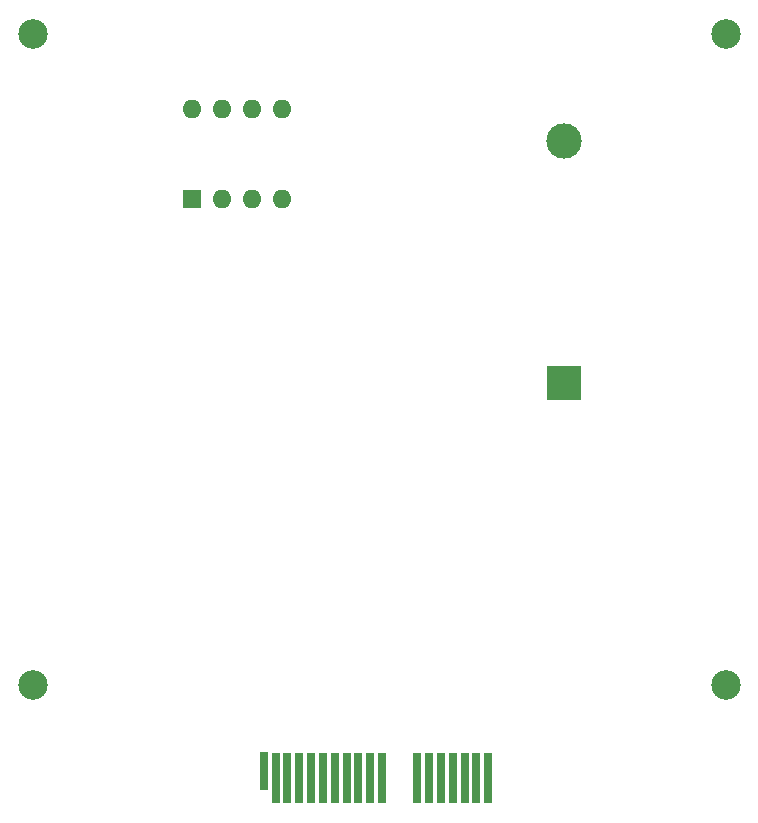
<source format=gbr>
%TF.GenerationSoftware,KiCad,Pcbnew,(6.0.0-0)*%
%TF.CreationDate,2022-01-09T00:32:35-05:00*%
%TF.ProjectId,ROM-Cartridge,524f4d2d-4361-4727-9472-696467652e6b,rev?*%
%TF.SameCoordinates,Original*%
%TF.FileFunction,Soldermask,Bot*%
%TF.FilePolarity,Negative*%
%FSLAX46Y46*%
G04 Gerber Fmt 4.6, Leading zero omitted, Abs format (unit mm)*
G04 Created by KiCad (PCBNEW (6.0.0-0)) date 2022-01-09 00:32:35*
%MOMM*%
%LPD*%
G01*
G04 APERTURE LIST*
%ADD10R,1.600000X1.600000*%
%ADD11O,1.600000X1.600000*%
%ADD12R,0.700000X3.200000*%
%ADD13R,0.700000X4.300000*%
%ADD14C,2.500000*%
%ADD15R,3.000000X3.000000*%
%ADD16C,3.000000*%
G04 APERTURE END LIST*
D10*
%TO.C,U3*%
X105420000Y-74412000D03*
D11*
X107960000Y-74412000D03*
X110500000Y-74412000D03*
X113040000Y-74412000D03*
X113040000Y-66792000D03*
X110500000Y-66792000D03*
X107960000Y-66792000D03*
X105420000Y-66792000D03*
%TD*%
D12*
%TO.C,U2*%
X111506000Y-122894000D03*
D13*
X112506000Y-123444000D03*
X113506000Y-123444000D03*
X114506000Y-123444000D03*
X115506000Y-123444000D03*
X116506000Y-123444000D03*
X117506000Y-123444000D03*
X118506000Y-123444000D03*
X119506000Y-123444000D03*
X120506000Y-123444000D03*
X121506000Y-123444000D03*
X124506000Y-123444000D03*
X125506000Y-123444000D03*
X126506000Y-123444000D03*
X127506000Y-123444000D03*
X128506000Y-123444000D03*
X129506000Y-123444000D03*
X130506000Y-123444000D03*
%TD*%
D14*
%TO.C,REF\u002A\u002A*%
X150622000Y-60452000D03*
%TD*%
%TO.C,REF\u002A\u002A*%
X150622000Y-115570000D03*
%TD*%
%TO.C,REF\u002A\u002A*%
X91948000Y-115570000D03*
%TD*%
D15*
%TO.C,BT1*%
X136906000Y-90030081D03*
D16*
X136906000Y-69540081D03*
%TD*%
D14*
%TO.C,REF\u002A\u002A*%
X91948000Y-60452000D03*
%TD*%
M02*

</source>
